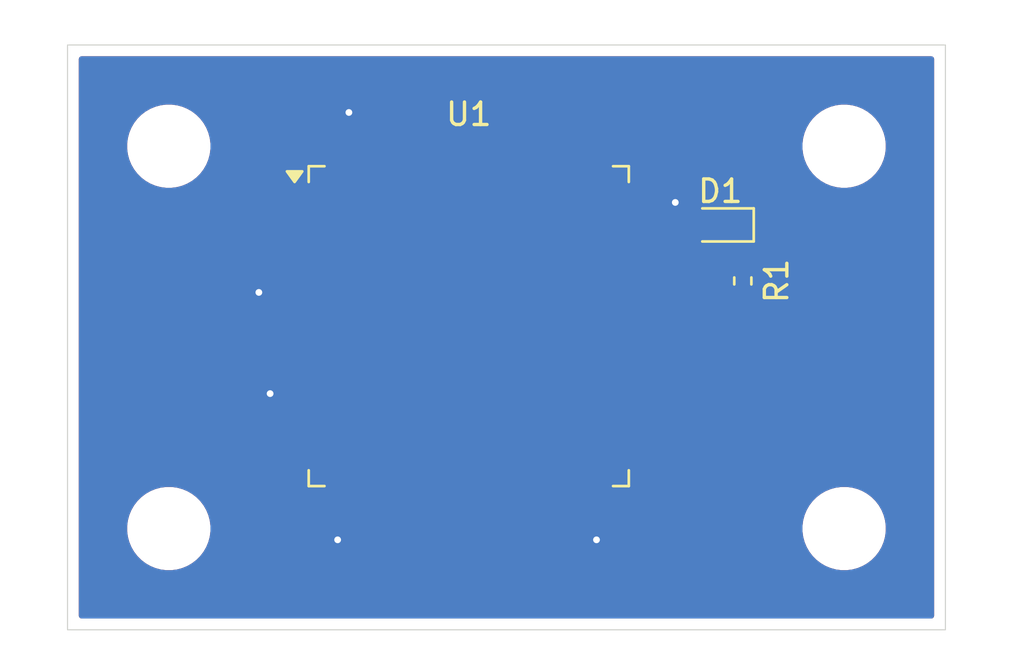
<source format=kicad_pcb>
(kicad_pcb (version 20240108) (generator "pcbnew") (generator_version "8.0")
  (layers (0 "F.Cu" signal) (31 "B.Cu" signal) (34 "B.Paste" user) (35 "F.Paste" user) (36 "B.SilkS" user "B.Silkscreen") (37 "F.SilkS" user "F.Silkscreen") (38 "B.Mask" user) (39 "F.Mask" user) (44 "Edge.Cuts" user))
  (net 0 "")
  (net 1 "Net-(D1-K)")
  (net 2 "YELLOW_LED")
  (net 3 "GND")
  (net 13 "+3.3V")
  (footprint "Resistor_SMD:R_0402_1005Metric" (layer "F.Cu") (at 140 83.99 -90)
    (property "Reference" "R1" (at 0 -1.5 90) (layer "F.SilkS"))
    (property "Value" "1K0R")
    (fp_line (start -0.153641 0.38) (end 0.153641 0.38) (stroke (width 0.12)) (layer "F.SilkS"))
    (fp_line (start -0.153641 -0.38) (end 0.153641 -0.38) (stroke (width 0.12)) (layer "F.SilkS"))
    (pad "1" smd roundrect (at -0.51 0 270) (size 0.54 0.64) (layers "F.Cu" "F.Paste" "F.Mask") (net 1 "Net-(D1-K)"))
    (pad "2" smd roundrect (at 0.51 0 270) (size 0.54 0.64) (layers "F.Cu" "F.Paste" "F.Mask") (net 3 "GND"))
  )
  (footprint "MountingHole:MountingHole_3.2mm_M3" (layer "F.Cu") (at 144.5 95)
    (property "Reference" "H3" (hide yes))
    (property "Value" "MountingHole")
    (pad "" np_thru_hole circle (at 0 0) (size 3.2 3.2) (drill 3.2) (layers "*.Cu" "*.Mask"))
  )
  (footprint "MountingHole:MountingHole_3.2mm_M3" (layer "F.Cu") (at 114.5 95)
    (property "Reference" "H4" (hide yes))
    (property "Value" "MountingHole")
    (pad "" np_thru_hole circle (at 0 0) (size 3.2 3.2) (drill 3.2) (layers "*.Cu" "*.Mask"))
  )
  (footprint "Package_QFP:LQFP-100_14x14mm_P0.5mm" (layer "F.Cu") (at 127.825 86)
    (property "Reference" "U1" (at 0 -9.42 0) (layer "F.SilkS"))
    (property "Value" "STM32U575VGT6")
    (fp_line (start -7.11 -7.11) (end -7.11 -6.41) (stroke (width 0.12)) (layer "F.SilkS"))
    (fp_line (start -7.11 7.11) (end -7.11 6.41) (stroke (width 0.12)) (layer "F.SilkS"))
    (fp_line (start -6.41 -7.11) (end -7.11 -7.11) (stroke (width 0.12)) (layer "F.SilkS"))
    (fp_line (start -6.41 7.11) (end -7.11 7.11) (stroke (width 0.12)) (layer "F.SilkS"))
    (fp_line (start 6.41 -7.11) (end 7.11 -7.11) (stroke (width 0.12)) (layer "F.SilkS"))
    (fp_line (start 6.41 7.11) (end 7.11 7.11) (stroke (width 0.12)) (layer "F.SilkS"))
    (fp_line (start 7.11 -7.11) (end 7.11 -6.41) (stroke (width 0.12)) (layer "F.SilkS"))
    (fp_line (start 7.11 7.11) (end 7.11 6.41) (stroke (width 0.12)) (layer "F.SilkS"))
    (fp_poly (pts (xy -7.7375 -6.41) (xy -8.0775 -6.88) (xy -7.3975 -6.88) (xy -7.7375 -6.41)) (stroke (width 0.12)) (fill solid) (layer "F.SilkS"))
    (pad "1" smd roundrect (at -7.675 -6) (size 1.6 0.3) (layers "F.Cu" "F.Paste" "F.Mask"))
    (pad "2" smd roundrect (at -7.675 -5.5) (size 1.6 0.3) (layers "F.Cu" "F.Paste" "F.Mask"))
    (pad "3" smd roundrect (at -7.675 -5) (size 1.6 0.3) (layers "F.Cu" "F.Paste" "F.Mask"))
    (pad "4" smd roundrect (at -7.675 -4.5) (size 1.6 0.3) (layers "F.Cu" "F.Paste" "F.Mask"))
    (pad "5" smd roundrect (at -7.675 -4) (size 1.6 0.3) (layers "F.Cu" "F.Paste" "F.Mask"))
    (pad "6" smd roundrect (at -7.675 -3.5) (size 1.6 0.3) (layers "F.Cu" "F.Paste" "F.Mask"))
    (pad "7" smd roundrect (at -7.675 -3) (size 1.6 0.3) (layers "F.Cu" "F.Paste" "F.Mask"))
    (pad "8" smd roundrect (at -7.675 -2.5) (size 1.6 0.3) (layers "F.Cu" "F.Paste" "F.Mask"))
    (pad "9" smd roundrect (at -7.675 -2) (size 1.6 0.3) (layers "F.Cu" "F.Paste" "F.Mask"))
    (pad "10" smd roundrect (at -7.675 -1.5) (size 1.6 0.3) (layers "F.Cu" "F.Paste" "F.Mask") (net 3 "GND"))
    (pad "11" smd roundrect (at -7.675 -1) (size 1.6 0.3) (layers "F.Cu" "F.Paste" "F.Mask") (net 13 "+3.3V"))
    (pad "12" smd roundrect (at -7.675 -0.5) (size 1.6 0.3) (layers "F.Cu" "F.Paste" "F.Mask"))
    (pad "13" smd roundrect (at -7.675 0) (size 1.6 0.3) (layers "F.Cu" "F.Paste" "F.Mask"))
    (pad "14" smd roundrect (at -7.675 0.5) (size 1.6 0.3) (layers "F.Cu" "F.Paste" "F.Mask"))
    (pad "15" smd roundrect (at -7.675 1) (size 1.6 0.3) (layers "F.Cu" "F.Paste" "F.Mask"))
    (pad "16" smd roundrect (at -7.675 1.5) (size 1.6 0.3) (layers "F.Cu" "F.Paste" "F.Mask"))
    (pad "17" smd roundrect (at -7.675 2) (size 1.6 0.3) (layers "F.Cu" "F.Paste" "F.Mask"))
    (pad "18" smd roundrect (at -7.675 2.5) (size 1.6 0.3) (layers "F.Cu" "F.Paste" "F.Mask"))
    (pad "19" smd roundrect (at -7.675 3) (size 1.6 0.3) (layers "F.Cu" "F.Paste" "F.Mask") (net 3 "GND"))
    (pad "20" smd roundrect (at -7.675 3.5) (size 1.6 0.3) (layers "F.Cu" "F.Paste" "F.Mask"))
    (pad "21" smd roundrect (at -7.675 4) (size 1.6 0.3) (layers "F.Cu" "F.Paste" "F.Mask"))
    (pad "22" smd roundrect (at -7.675 4.5) (size 1.6 0.3) (layers "F.Cu" "F.Paste" "F.Mask"))
    (pad "23" smd roundrect (at -7.675 5) (size 1.6 0.3) (layers "F.Cu" "F.Paste" "F.Mask"))
    (pad "24" smd roundrect (at -7.675 5.5) (size 1.6 0.3) (layers "F.Cu" "F.Paste" "F.Mask"))
    (pad "25" smd roundrect (at -7.675 6) (size 1.6 0.3) (layers "F.Cu" "F.Paste" "F.Mask"))
    (pad "26" smd roundrect (at -6 7.675) (size 0.3 1.6) (layers "F.Cu" "F.Paste" "F.Mask"))
    (pad "27" smd roundrect (at -5.5 7.675) (size 0.3 1.6) (layers "F.Cu" "F.Paste" "F.Mask") (net 3 "GND"))
    (pad "28" smd roundrect (at -5 7.675) (size 0.3 1.6) (layers "F.Cu" "F.Paste" "F.Mask") (net 13 "+3.3V"))
    (pad "29" smd roundrect (at -4.5 7.675) (size 0.3 1.6) (layers "F.Cu" "F.Paste" "F.Mask"))
    (pad "30" smd roundrect (at -4 7.675) (size 0.3 1.6) (layers "F.Cu" "F.Paste" "F.Mask"))
    (pad "31" smd roundrect (at -3.5 7.675) (size 0.3 1.6) (layers "F.Cu" "F.Paste" "F.Mask"))
    (pad "32" smd roundrect (at -3 7.675) (size 0.3 1.6) (layers "F.Cu" "F.Paste" "F.Mask"))
    (pad "33" smd roundrect (at -2.5 7.675) (size 0.3 1.6) (layers "F.Cu" "F.Paste" "F.Mask"))
    (pad "34" smd roundrect (at -2 7.675) (size 0.3 1.6) (layers "F.Cu" "F.Paste" "F.Mask"))
    (pad "35" smd roundrect (at -1.5 7.675) (size 0.3 1.6) (layers "F.Cu" "F.Paste" "F.Mask"))
    (pad "36" smd roundrect (at -1 7.675) (size 0.3 1.6) (layers "F.Cu" "F.Paste" "F.Mask"))
    (pad "37" smd roundrect (at -0.5 7.675) (size 0.3 1.6) (layers "F.Cu" "F.Paste" "F.Mask"))
    (pad "38" smd roundrect (at 0 7.675) (size 0.3 1.6) (layers "F.Cu" "F.Paste" "F.Mask"))
    (pad "39" smd roundrect (at 0.5 7.675) (size 0.3 1.6) (layers "F.Cu" "F.Paste" "F.Mask"))
    (pad "40" smd roundrect (at 1 7.675) (size 0.3 1.6) (layers "F.Cu" "F.Paste" "F.Mask"))
    (pad "41" smd roundrect (at 1.5 7.675) (size 0.3 1.6) (layers "F.Cu" "F.Paste" "F.Mask"))
    (pad "42" smd roundrect (at 2 7.675) (size 0.3 1.6) (layers "F.Cu" "F.Paste" "F.Mask"))
    (pad "43" smd roundrect (at 2.5 7.675) (size 0.3 1.6) (layers "F.Cu" "F.Paste" "F.Mask"))
    (pad "44" smd roundrect (at 3 7.675) (size 0.3 1.6) (layers "F.Cu" "F.Paste" "F.Mask"))
    (pad "45" smd roundrect (at 3.5 7.675) (size 0.3 1.6) (layers "F.Cu" "F.Paste" "F.Mask"))
    (pad "46" smd roundrect (at 4 7.675) (size 0.3 1.6) (layers "F.Cu" "F.Paste" "F.Mask"))
    (pad "47" smd roundrect (at 4.5 7.675) (size 0.3 1.6) (layers "F.Cu" "F.Paste" "F.Mask"))
    (pad "48" smd roundrect (at 5 7.675) (size 0.3 1.6) (layers "F.Cu" "F.Paste" "F.Mask"))
    (pad "49" smd roundrect (at 5.5 7.675) (size 0.3 1.6) (layers "F.Cu" "F.Paste" "F.Mask") (net 3 "GND"))
    (pad "50" smd roundrect (at 6 7.675) (size 0.3 1.6) (layers "F.Cu" "F.Paste" "F.Mask") (net 13 "+3.3V"))
    (pad "51" smd roundrect (at 7.675 6) (size 1.6 0.3) (layers "F.Cu" "F.Paste" "F.Mask"))
    (pad "52" smd roundrect (at 7.675 5.5) (size 1.6 0.3) (layers "F.Cu" "F.Paste" "F.Mask"))
    (pad "53" smd roundrect (at 7.675 5) (size 1.6 0.3) (layers "F.Cu" "F.Paste" "F.Mask"))
    (pad "54" smd roundrect (at 7.675 4.5) (size 1.6 0.3) (layers "F.Cu" "F.Paste" "F.Mask"))
    (pad "55" smd roundrect (at 7.675 4) (size 1.6 0.3) (layers "F.Cu" "F.Paste" "F.Mask"))
    (pad "56" smd roundrect (at 7.675 3.5) (size 1.6 0.3) (layers "F.Cu" "F.Paste" "F.Mask"))
    (pad "57" smd roundrect (at 7.675 3) (size 1.6 0.3) (layers "F.Cu" "F.Paste" "F.Mask"))
    (pad "58" smd roundrect (at 7.675 2.5) (size 1.6 0.3) (layers "F.Cu" "F.Paste" "F.Mask"))
    (pad "59" smd roundrect (at 7.675 2) (size 1.6 0.3) (layers "F.Cu" "F.Paste" "F.Mask"))
    (pad "60" smd roundrect (at 7.675 1.5) (size 1.6 0.3) (layers "F.Cu" "F.Paste" "F.Mask"))
    (pad "61" smd roundrect (at 7.675 1) (size 1.6 0.3) (layers "F.Cu" "F.Paste" "F.Mask"))
    (pad "62" smd roundrect (at 7.675 0.5) (size 1.6 0.3) (layers "F.Cu" "F.Paste" "F.Mask"))
    (pad "63" smd roundrect (at 7.675 0) (size 1.6 0.3) (layers "F.Cu" "F.Paste" "F.Mask"))
    (pad "64" smd roundrect (at 7.675 -0.5) (size 1.6 0.3) (layers "F.Cu" "F.Paste" "F.Mask"))
    (pad "65" smd roundrect (at 7.675 -1) (size 1.6 0.3) (layers "F.Cu" "F.Paste" "F.Mask"))
    (pad "66" smd roundrect (at 7.675 -1.5) (size 1.6 0.3) (layers "F.Cu" "F.Paste" "F.Mask"))
    (pad "67" smd roundrect (at 7.675 -2) (size 1.6 0.3) (layers "F.Cu" "F.Paste" "F.Mask"))
    (pad "68" smd roundrect (at 7.675 -2.5) (size 1.6 0.3) (layers "F.Cu" "F.Paste" "F.Mask"))
    (pad "69" smd roundrect (at 7.675 -3) (size 1.6 0.3) (layers "F.Cu" "F.Paste" "F.Mask"))
    (pad "70" smd roundrect (at 7.675 -3.5) (size 1.6 0.3) (layers "F.Cu" "F.Paste" "F.Mask"))
    (pad "71" smd roundrect (at 7.675 -4) (size 1.6 0.3) (layers "F.Cu" "F.Paste" "F.Mask"))
    (pad "72" smd roundrect (at 7.675 -4.5) (size 1.6 0.3) (layers "F.Cu" "F.Paste" "F.Mask") (net 2 "YELLOW_LED"))
    (pad "73" smd roundrect (at 7.675 -5) (size 1.6 0.3) (layers "F.Cu" "F.Paste" "F.Mask"))
    (pad "74" smd roundrect (at 7.675 -5.5) (size 1.6 0.3) (layers "F.Cu" "F.Paste" "F.Mask") (net 3 "GND"))
    (pad "75" smd roundrect (at 7.675 -6) (size 1.6 0.3) (layers "F.Cu" "F.Paste" "F.Mask") (net 13 "+3.3V"))
    (pad "76" smd roundrect (at 6 -7.675) (size 0.3 1.6) (layers "F.Cu" "F.Paste" "F.Mask"))
    (pad "77" smd roundrect (at 5.5 -7.675) (size 0.3 1.6) (layers "F.Cu" "F.Paste" "F.Mask"))
    (pad "78" smd roundrect (at 5 -7.675) (size 0.3 1.6) (layers "F.Cu" "F.Paste" "F.Mask"))
    (pad "79" smd roundrect (at 4.5 -7.675) (size 0.3 1.6) (layers "F.Cu" "F.Paste" "F.Mask"))
    (pad "80" smd roundrect (at 4 -7.675) (size 0.3 1.6) (layers "F.Cu" "F.Paste" "F.Mask"))
    (pad "81" smd roundrect (at 3.5 -7.675) (size 0.3 1.6) (layers "F.Cu" "F.Paste" "F.Mask"))
    (pad "82" smd roundrect (at 3 -7.675) (size 0.3 1.6) (layers "F.Cu" "F.Paste" "F.Mask"))
    (pad "83" smd roundrect (at 2.5 -7.675) (size 0.3 1.6) (layers "F.Cu" "F.Paste" "F.Mask"))
    (pad "84" smd roundrect (at 2 -7.675) (size 0.3 1.6) (layers "F.Cu" "F.Paste" "F.Mask"))
    (pad "85" smd roundrect (at 1.5 -7.675) (size 0.3 1.6) (layers "F.Cu" "F.Paste" "F.Mask"))
    (pad "86" smd roundrect (at 1 -7.675) (size 0.3 1.6) (layers "F.Cu" "F.Paste" "F.Mask"))
    (pad "87" smd roundrect (at 0.5 -7.675) (size 0.3 1.6) (layers "F.Cu" "F.Paste" "F.Mask"))
    (pad "88" smd roundrect (at 0 -7.675) (size 0.3 1.6) (layers "F.Cu" "F.Paste" "F.Mask"))
    (pad "89" smd roundrect (at -0.5 -7.675) (size 0.3 1.6) (layers "F.Cu" "F.Paste" "F.Mask"))
    (pad "90" smd roundrect (at -1 -7.675) (size 0.3 1.6) (layers "F.Cu" "F.Paste" "F.Mask"))
    (pad "91" smd roundrect (at -1.5 -7.675) (size 0.3 1.6) (layers "F.Cu" "F.Paste" "F.Mask"))
    (pad "92" smd roundrect (at -2 -7.675) (size 0.3 1.6) (layers "F.Cu" "F.Paste" "F.Mask"))
    (pad "93" smd roundrect (at -2.5 -7.675) (size 0.3 1.6) (layers "F.Cu" "F.Paste" "F.Mask"))
    (pad "94" smd roundrect (at -3 -7.675) (size 0.3 1.6) (layers "F.Cu" "F.Paste" "F.Mask"))
    (pad "95" smd roundrect (at -3.5 -7.675) (size 0.3 1.6) (layers "F.Cu" "F.Paste" "F.Mask"))
    (pad "96" smd roundrect (at -4 -7.675) (size 0.3 1.6) (layers "F.Cu" "F.Paste" "F.Mask"))
    (pad "97" smd roundrect (at -4.5 -7.675) (size 0.3 1.6) (layers "F.Cu" "F.Paste" "F.Mask"))
    (pad "98" smd roundrect (at -5 -7.675) (size 0.3 1.6) (layers "F.Cu" "F.Paste" "F.Mask"))
    (pad "99" smd roundrect (at -5.5 -7.675) (size 0.3 1.6) (layers "F.Cu" "F.Paste" "F.Mask") (net 3 "GND"))
    (pad "100" smd roundrect (at -6 -7.675) (size 0.3 1.6) (layers "F.Cu" "F.Paste" "F.Mask") (net 13 "+3.3V"))
  )
  (footprint "MountingHole:MountingHole_3.2mm_M3" (layer "F.Cu") (at 144.5 78)
    (property "Reference" "H2" (hide yes))
    (property "Value" "MountingHole")
    (pad "" np_thru_hole circle (at 0 0) (size 3.2 3.2) (drill 3.2) (layers "*.Cu" "*.Mask"))
  )
  (footprint "LED_SMD:LED_0603_1608Metric" (layer "F.Cu") (at 139 81.5 180)
    (property "Reference" "D1" (at 0 1.5 360) (layer "F.SilkS"))
    (property "Value" "LED Yellow")
    (fp_line (start 0.8 -0.735) (end -1.485 -0.735) (stroke (width 0.12)) (layer "F.SilkS"))
    (fp_line (start -1.485 0.735) (end 0.8 0.735) (stroke (width 0.12)) (layer "F.SilkS"))
    (fp_line (start -1.485 -0.735) (end -1.485 0.735) (stroke (width 0.12)) (layer "F.SilkS"))
    (pad "1" smd roundrect (at -0.7875 0 180) (size 0.875 0.95) (layers "F.Cu" "F.Paste" "F.Mask") (net 1 "Net-(D1-K)"))
    (pad "2" smd roundrect (at 0.7875 0 180) (size 0.875 0.95) (layers "F.Cu" "F.Paste" "F.Mask") (net 2 "YELLOW_LED"))
  )
  (footprint "MountingHole:MountingHole_3.2mm_M3" (layer "F.Cu") (at 114.5 78)
    (property "Reference" "H1" (hide yes))
    (property "Value" "MountingHole")
    (pad "" np_thru_hole circle (at 0 0) (size 3.2 3.2) (drill 3.2) (layers "*.Cu" "*.Mask"))
  )
  (gr_rect (start 110 73.5) (end 149 99.5) (stroke (width 0.05)) (fill none) (layer "Edge.Cuts"))
  (segment (start 140 81.7125) (end 139.7875 81.5) (width 0.2) (layer "F.Cu") (net 1))
  (segment (start 140 83.48) (end 140 81.7125) (width 0.2) (layer "F.Cu") (net 1))
  (segment (start 135.5 81.5) (end 138.2125 81.5) (width 0.2) (layer "F.Cu") (net 2))
  (segment (start 122.325 78.325) (end 122.325 76.675) (width 0.2) (layer "F.Cu") (net 3))
  (segment (start 120.15 84.5) (end 118.5 84.5) (width 0.2) (layer "F.Cu") (net 3))
  (segment (start 120.15 89) (end 119 89) (width 0.2) (layer "F.Cu") (net 3))
  (segment (start 122.325 95.175) (end 122 95.5) (width 0.2) (layer "F.Cu") (net 3))
  (segment (start 133.325 95.325) (end 133.5 95.5) (width 0.2) (layer "F.Cu") (net 3))
  (segment (start 122.325 93.675) (end 122.325 95.175) (width 0.2) (layer "F.Cu") (net 3))
  (segment (start 133.325 93.675) (end 133.325 95.325) (width 0.2) (layer "F.Cu") (net 3))
  (segment (start 122.325 76.675) (end 122.5 76.5) (width 0.2) (layer "F.Cu") (net 3))
  (segment (start 135.5 80.5) (end 137 80.5) (width 0.2) (layer "F.Cu") (net 3))
  (via (at 122 95.5) (size 0.6) (drill 0.3) (layers "F.Cu" "B.Cu") (net 3))
  (via (at 118.5 84.5) (size 0.6) (drill 0.3) (layers "F.Cu" "B.Cu") (net 3))
  (via (at 137 80.5) (size 0.6) (drill 0.3) (layers "F.Cu" "B.Cu") (net 3))
  (via (at 122.5 76.5) (size 0.6) (drill 0.3) (layers "F.Cu" "B.Cu") (net 3))
  (via (at 119 89) (size 0.6) (drill 0.3) (layers "F.Cu" "B.Cu") (net 3))
  (via (at 133.5 95.5) (size 0.6) (drill 0.3) (layers "F.Cu" "B.Cu") (net 3))
  (zone (net 3) (net_name "GND") (layer "F.Cu") (connect_pads (clearance 0.5)) (min_thickness 0.25) (fill yes (thermal_gap 0.5) (thermal_bridge_width 0.5))
    (polygon (pts (xy 107 72) (xy 150.5 72) (xy 150.5 100.5) (xy 107 100.5)))
  )
  (zone (net 3) (net_name "GND") (layer "B.Cu") (connect_pads (clearance 0.5)) (min_thickness 0.25) (fill yes (thermal_gap 0.5) (thermal_bridge_width 0.5))
    (polygon (pts (xy 152.5 71.5) (xy 109 71.5) (xy 109 100) (xy 152.5 100)))
  )
)
</source>
